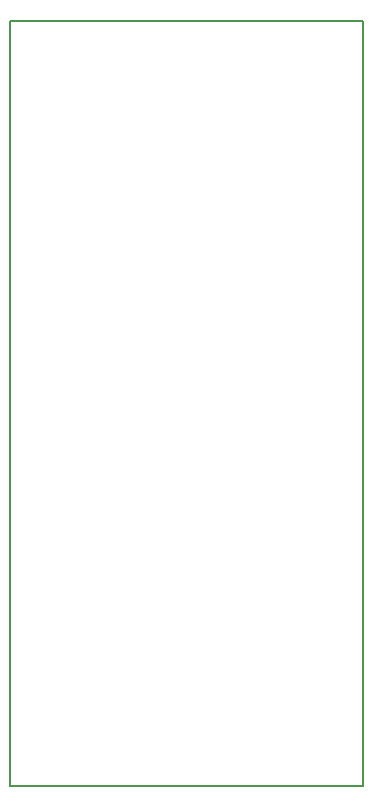
<source format=gm1>
G04 #@! TF.GenerationSoftware,KiCad,Pcbnew,(5.0.0)*
G04 #@! TF.CreationDate,2018-10-15T11:55:30+01:00*
G04 #@! TF.ProjectId,Motor Shield,4D6F746F7220536869656C642E6B6963,rev?*
G04 #@! TF.SameCoordinates,Original*
G04 #@! TF.FileFunction,Profile,NP*
%FSLAX46Y46*%
G04 Gerber Fmt 4.6, Leading zero omitted, Abs format (unit mm)*
G04 Created by KiCad (PCBNEW (5.0.0)) date 10/15/18 11:55:30*
%MOMM*%
%LPD*%
G01*
G04 APERTURE LIST*
%ADD10C,0.200000*%
G04 APERTURE END LIST*
D10*
X172085000Y-134747000D02*
X172085000Y-69977000D01*
X142240000Y-134747000D02*
X172085000Y-134747000D01*
X142240000Y-70002400D02*
X142240000Y-134747000D01*
X172085000Y-69977000D02*
X142240000Y-70002400D01*
M02*

</source>
